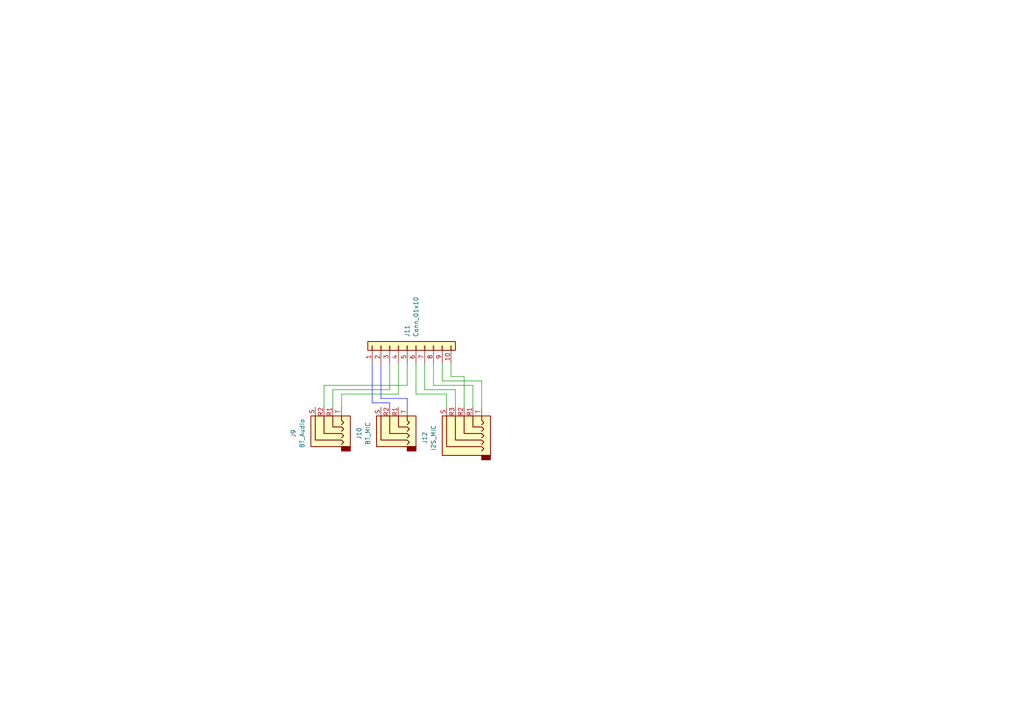
<source format=kicad_sch>
(kicad_sch
	(version 20250114)
	(generator "eeschema")
	(generator_version "9.0")
	(uuid "345bc13d-6add-4118-85b8-ae1fb4b40dd2")
	(paper "A4")
	(lib_symbols
		(symbol "Connector_Audio:AudioJack4"
			(exclude_from_sim no)
			(in_bom yes)
			(on_board yes)
			(property "Reference" "J"
				(at 0 8.89 0)
				(effects
					(font
						(size 1.27 1.27)
					)
				)
			)
			(property "Value" "AudioJack4"
				(at 0 6.35 0)
				(effects
					(font
						(size 1.27 1.27)
					)
				)
			)
			(property "Footprint" ""
				(at 0 0 0)
				(effects
					(font
						(size 1.27 1.27)
					)
					(hide yes)
				)
			)
			(property "Datasheet" "~"
				(at 0 0 0)
				(effects
					(font
						(size 1.27 1.27)
					)
					(hide yes)
				)
			)
			(property "Description" "Audio Jack, 4 Poles (TRRS)"
				(at 0 0 0)
				(effects
					(font
						(size 1.27 1.27)
					)
					(hide yes)
				)
			)
			(property "ki_keywords" "audio jack receptacle stereo headphones TRRS connector"
				(at 0 0 0)
				(effects
					(font
						(size 1.27 1.27)
					)
					(hide yes)
				)
			)
			(property "ki_fp_filters" "Jack*"
				(at 0 0 0)
				(effects
					(font
						(size 1.27 1.27)
					)
					(hide yes)
				)
			)
			(symbol "AudioJack4_0_1"
				(rectangle
					(start -6.35 -5.08)
					(end -7.62 -7.62)
					(stroke
						(width 0.254)
						(type default)
					)
					(fill
						(type outline)
					)
				)
				(polyline
					(pts
						(xy -5.715 -5.08) (xy -5.08 -5.715) (xy -4.445 -5.08) (xy -4.445 2.54) (xy 2.54 2.54)
					)
					(stroke
						(width 0.254)
						(type default)
					)
					(fill
						(type none)
					)
				)
				(polyline
					(pts
						(xy -1.905 -5.08) (xy -1.27 -5.715) (xy -0.635 -5.08) (xy -0.635 -2.54) (xy 2.54 -2.54)
					)
					(stroke
						(width 0.254)
						(type default)
					)
					(fill
						(type none)
					)
				)
				(polyline
					(pts
						(xy 0 -5.08) (xy 0.635 -5.715) (xy 1.27 -5.08) (xy 2.54 -5.08)
					)
					(stroke
						(width 0.254)
						(type default)
					)
					(fill
						(type none)
					)
				)
				(rectangle
					(start 2.54 3.81)
					(end -6.35 -7.62)
					(stroke
						(width 0.254)
						(type default)
					)
					(fill
						(type background)
					)
				)
				(polyline
					(pts
						(xy 2.54 0) (xy -2.54 0) (xy -2.54 -5.08) (xy -3.175 -5.715) (xy -3.81 -5.08)
					)
					(stroke
						(width 0.254)
						(type default)
					)
					(fill
						(type none)
					)
				)
			)
			(symbol "AudioJack4_1_1"
				(pin passive line
					(at 5.08 2.54 180)
					(length 2.54)
					(name "~"
						(effects
							(font
								(size 1.27 1.27)
							)
						)
					)
					(number "S"
						(effects
							(font
								(size 1.27 1.27)
							)
						)
					)
				)
				(pin passive line
					(at 5.08 0 180)
					(length 2.54)
					(name "~"
						(effects
							(font
								(size 1.27 1.27)
							)
						)
					)
					(number "R2"
						(effects
							(font
								(size 1.27 1.27)
							)
						)
					)
				)
				(pin passive line
					(at 5.08 -2.54 180)
					(length 2.54)
					(name "~"
						(effects
							(font
								(size 1.27 1.27)
							)
						)
					)
					(number "R1"
						(effects
							(font
								(size 1.27 1.27)
							)
						)
					)
				)
				(pin passive line
					(at 5.08 -5.08 180)
					(length 2.54)
					(name "~"
						(effects
							(font
								(size 1.27 1.27)
							)
						)
					)
					(number "T"
						(effects
							(font
								(size 1.27 1.27)
							)
						)
					)
				)
			)
			(embedded_fonts no)
		)
		(symbol "Connector_Audio:AudioJack5"
			(exclude_from_sim no)
			(in_bom yes)
			(on_board yes)
			(property "Reference" "J"
				(at 0 11.43 0)
				(effects
					(font
						(size 1.27 1.27)
					)
				)
			)
			(property "Value" "AudioJack5"
				(at 0 8.89 0)
				(effects
					(font
						(size 1.27 1.27)
					)
				)
			)
			(property "Footprint" ""
				(at 0 0 0)
				(effects
					(font
						(size 1.27 1.27)
					)
					(hide yes)
				)
			)
			(property "Datasheet" "~"
				(at 0 0 0)
				(effects
					(font
						(size 1.27 1.27)
					)
					(hide yes)
				)
			)
			(property "Description" "Audio Jack, 5 Poles (TRRRS)"
				(at 0 0 0)
				(effects
					(font
						(size 1.27 1.27)
					)
					(hide yes)
				)
			)
			(property "ki_keywords" "audio jack receptacle stereo headphones TRRRS connector"
				(at 0 0 0)
				(effects
					(font
						(size 1.27 1.27)
					)
					(hide yes)
				)
			)
			(property "ki_fp_filters" "Jack*"
				(at 0 0 0)
				(effects
					(font
						(size 1.27 1.27)
					)
					(hide yes)
				)
			)
			(symbol "AudioJack5_0_1"
				(rectangle
					(start -8.89 -5.08)
					(end -10.16 -7.62)
					(stroke
						(width 0.254)
						(type default)
					)
					(fill
						(type outline)
					)
				)
				(polyline
					(pts
						(xy -5.715 -5.08) (xy -5.08 -5.715) (xy -4.445 -5.08) (xy -4.445 2.54) (xy 2.54 2.54)
					)
					(stroke
						(width 0.254)
						(type default)
					)
					(fill
						(type none)
					)
				)
				(polyline
					(pts
						(xy -1.905 -5.08) (xy -1.27 -5.715) (xy -0.635 -5.08) (xy -0.635 -2.54) (xy 2.54 -2.54)
					)
					(stroke
						(width 0.254)
						(type default)
					)
					(fill
						(type none)
					)
				)
				(polyline
					(pts
						(xy 0 -5.08) (xy 0.635 -5.715) (xy 1.27 -5.08) (xy 2.54 -5.08)
					)
					(stroke
						(width 0.254)
						(type default)
					)
					(fill
						(type none)
					)
				)
				(rectangle
					(start 2.54 6.35)
					(end -8.89 -7.62)
					(stroke
						(width 0.254)
						(type default)
					)
					(fill
						(type background)
					)
				)
				(polyline
					(pts
						(xy 2.54 5.08) (xy -6.35 5.08) (xy -6.35 -5.08) (xy -6.985 -5.715) (xy -7.62 -5.08)
					)
					(stroke
						(width 0.254)
						(type default)
					)
					(fill
						(type none)
					)
				)
				(polyline
					(pts
						(xy 2.54 0) (xy -2.54 0) (xy -2.54 -5.08) (xy -3.175 -5.715) (xy -3.81 -5.08)
					)
					(stroke
						(width 0.254)
						(type default)
					)
					(fill
						(type none)
					)
				)
			)
			(symbol "AudioJack5_1_1"
				(pin passive line
					(at 5.08 5.08 180)
					(length 2.54)
					(name "~"
						(effects
							(font
								(size 1.27 1.27)
							)
						)
					)
					(number "S"
						(effects
							(font
								(size 1.27 1.27)
							)
						)
					)
				)
				(pin passive line
					(at 5.08 2.54 180)
					(length 2.54)
					(name "~"
						(effects
							(font
								(size 1.27 1.27)
							)
						)
					)
					(number "R3"
						(effects
							(font
								(size 1.27 1.27)
							)
						)
					)
				)
				(pin passive line
					(at 5.08 0 180)
					(length 2.54)
					(name "~"
						(effects
							(font
								(size 1.27 1.27)
							)
						)
					)
					(number "R2"
						(effects
							(font
								(size 1.27 1.27)
							)
						)
					)
				)
				(pin passive line
					(at 5.08 -2.54 180)
					(length 2.54)
					(name "~"
						(effects
							(font
								(size 1.27 1.27)
							)
						)
					)
					(number "R1"
						(effects
							(font
								(size 1.27 1.27)
							)
						)
					)
				)
				(pin passive line
					(at 5.08 -5.08 180)
					(length 2.54)
					(name "~"
						(effects
							(font
								(size 1.27 1.27)
							)
						)
					)
					(number "T"
						(effects
							(font
								(size 1.27 1.27)
							)
						)
					)
				)
			)
			(embedded_fonts no)
		)
		(symbol "Connector_Generic:Conn_01x10"
			(pin_names
				(offset 1.016)
				(hide yes)
			)
			(exclude_from_sim no)
			(in_bom yes)
			(on_board yes)
			(property "Reference" "J"
				(at 0 12.7 0)
				(effects
					(font
						(size 1.27 1.27)
					)
				)
			)
			(property "Value" "Conn_01x10"
				(at 0 -15.24 0)
				(effects
					(font
						(size 1.27 1.27)
					)
				)
			)
			(property "Footprint" ""
				(at 0 0 0)
				(effects
					(font
						(size 1.27 1.27)
					)
					(hide yes)
				)
			)
			(property "Datasheet" "~"
				(at 0 0 0)
				(effects
					(font
						(size 1.27 1.27)
					)
					(hide yes)
				)
			)
			(property "Description" "Generic connector, single row, 01x10, script generated (kicad-library-utils/schlib/autogen/connector/)"
				(at 0 0 0)
				(effects
					(font
						(size 1.27 1.27)
					)
					(hide yes)
				)
			)
			(property "ki_keywords" "connector"
				(at 0 0 0)
				(effects
					(font
						(size 1.27 1.27)
					)
					(hide yes)
				)
			)
			(property "ki_fp_filters" "Connector*:*_1x??_*"
				(at 0 0 0)
				(effects
					(font
						(size 1.27 1.27)
					)
					(hide yes)
				)
			)
			(symbol "Conn_01x10_1_1"
				(rectangle
					(start -1.27 11.43)
					(end 1.27 -13.97)
					(stroke
						(width 0.254)
						(type default)
					)
					(fill
						(type background)
					)
				)
				(rectangle
					(start -1.27 10.287)
					(end 0 10.033)
					(stroke
						(width 0.1524)
						(type default)
					)
					(fill
						(type none)
					)
				)
				(rectangle
					(start -1.27 7.747)
					(end 0 7.493)
					(stroke
						(width 0.1524)
						(type default)
					)
					(fill
						(type none)
					)
				)
				(rectangle
					(start -1.27 5.207)
					(end 0 4.953)
					(stroke
						(width 0.1524)
						(type default)
					)
					(fill
						(type none)
					)
				)
				(rectangle
					(start -1.27 2.667)
					(end 0 2.413)
					(stroke
						(width 0.1524)
						(type default)
					)
					(fill
						(type none)
					)
				)
				(rectangle
					(start -1.27 0.127)
					(end 0 -0.127)
					(stroke
						(width 0.1524)
						(type default)
					)
					(fill
						(type none)
					)
				)
				(rectangle
					(start -1.27 -2.413)
					(end 0 -2.667)
					(stroke
						(width 0.1524)
						(type default)
					)
					(fill
						(type none)
					)
				)
				(rectangle
					(start -1.27 -4.953)
					(end 0 -5.207)
					(stroke
						(width 0.1524)
						(type default)
					)
					(fill
						(type none)
					)
				)
				(rectangle
					(start -1.27 -7.493)
					(end 0 -7.747)
					(stroke
						(width 0.1524)
						(type default)
					)
					(fill
						(type none)
					)
				)
				(rectangle
					(start -1.27 -10.033)
					(end 0 -10.287)
					(stroke
						(width 0.1524)
						(type default)
					)
					(fill
						(type none)
					)
				)
				(rectangle
					(start -1.27 -12.573)
					(end 0 -12.827)
					(stroke
						(width 0.1524)
						(type default)
					)
					(fill
						(type none)
					)
				)
				(pin passive line
					(at -5.08 10.16 0)
					(length 3.81)
					(name "Pin_1"
						(effects
							(font
								(size 1.27 1.27)
							)
						)
					)
					(number "1"
						(effects
							(font
								(size 1.27 1.27)
							)
						)
					)
				)
				(pin passive line
					(at -5.08 7.62 0)
					(length 3.81)
					(name "Pin_2"
						(effects
							(font
								(size 1.27 1.27)
							)
						)
					)
					(number "2"
						(effects
							(font
								(size 1.27 1.27)
							)
						)
					)
				)
				(pin passive line
					(at -5.08 5.08 0)
					(length 3.81)
					(name "Pin_3"
						(effects
							(font
								(size 1.27 1.27)
							)
						)
					)
					(number "3"
						(effects
							(font
								(size 1.27 1.27)
							)
						)
					)
				)
				(pin passive line
					(at -5.08 2.54 0)
					(length 3.81)
					(name "Pin_4"
						(effects
							(font
								(size 1.27 1.27)
							)
						)
					)
					(number "4"
						(effects
							(font
								(size 1.27 1.27)
							)
						)
					)
				)
				(pin passive line
					(at -5.08 0 0)
					(length 3.81)
					(name "Pin_5"
						(effects
							(font
								(size 1.27 1.27)
							)
						)
					)
					(number "5"
						(effects
							(font
								(size 1.27 1.27)
							)
						)
					)
				)
				(pin passive line
					(at -5.08 -2.54 0)
					(length 3.81)
					(name "Pin_6"
						(effects
							(font
								(size 1.27 1.27)
							)
						)
					)
					(number "6"
						(effects
							(font
								(size 1.27 1.27)
							)
						)
					)
				)
				(pin passive line
					(at -5.08 -5.08 0)
					(length 3.81)
					(name "Pin_7"
						(effects
							(font
								(size 1.27 1.27)
							)
						)
					)
					(number "7"
						(effects
							(font
								(size 1.27 1.27)
							)
						)
					)
				)
				(pin passive line
					(at -5.08 -7.62 0)
					(length 3.81)
					(name "Pin_8"
						(effects
							(font
								(size 1.27 1.27)
							)
						)
					)
					(number "8"
						(effects
							(font
								(size 1.27 1.27)
							)
						)
					)
				)
				(pin passive line
					(at -5.08 -10.16 0)
					(length 3.81)
					(name "Pin_9"
						(effects
							(font
								(size 1.27 1.27)
							)
						)
					)
					(number "9"
						(effects
							(font
								(size 1.27 1.27)
							)
						)
					)
				)
				(pin passive line
					(at -5.08 -12.7 0)
					(length 3.81)
					(name "Pin_10"
						(effects
							(font
								(size 1.27 1.27)
							)
						)
					)
					(number "10"
						(effects
							(font
								(size 1.27 1.27)
							)
						)
					)
				)
			)
			(embedded_fonts no)
		)
	)
	(wire
		(pts
			(xy 99.06 114.3) (xy 115.57 114.3)
		)
		(stroke
			(width 0)
			(type default)
		)
		(uuid "0391fbf2-6f55-4e1b-a0e0-468fcc389e34")
	)
	(wire
		(pts
			(xy 128.27 110.49) (xy 139.7 110.49)
		)
		(stroke
			(width 0)
			(type default)
		)
		(uuid "0aa95f0c-67f7-44f1-9aa8-9bb29e266994")
	)
	(wire
		(pts
			(xy 107.95 116.84) (xy 107.95 105.41)
		)
		(stroke
			(width 0)
			(type default)
			(color 0 10 255 1)
		)
		(uuid "0afbdd20-18e5-4403-bccc-b60fd566d60c")
	)
	(wire
		(pts
			(xy 134.62 109.22) (xy 134.62 118.11)
		)
		(stroke
			(width 0)
			(type default)
		)
		(uuid "16b44a4b-221c-4b31-b91d-f0e8b3638709")
	)
	(wire
		(pts
			(xy 123.19 113.03) (xy 132.08 113.03)
		)
		(stroke
			(width 0)
			(type default)
		)
		(uuid "178cb7e3-87e4-43ef-99f8-927d8e0fa201")
	)
	(wire
		(pts
			(xy 115.57 114.3) (xy 115.57 105.41)
		)
		(stroke
			(width 0)
			(type default)
		)
		(uuid "2995e63b-bb4e-4475-bc4d-487b54ada7b2")
	)
	(wire
		(pts
			(xy 129.54 114.3) (xy 129.54 118.11)
		)
		(stroke
			(width 0)
			(type default)
		)
		(uuid "31f546e7-079e-402b-bcc3-eb8c30b5447c")
	)
	(wire
		(pts
			(xy 128.27 105.41) (xy 128.27 110.49)
		)
		(stroke
			(width 0)
			(type default)
		)
		(uuid "47b7dbee-c787-4350-8830-8f9dc5cad093")
	)
	(wire
		(pts
			(xy 130.81 109.22) (xy 134.62 109.22)
		)
		(stroke
			(width 0)
			(type default)
		)
		(uuid "55eae0a3-8df0-4780-87d7-07c115f605d7")
	)
	(wire
		(pts
			(xy 96.52 118.11) (xy 96.52 113.03)
		)
		(stroke
			(width 0)
			(type default)
		)
		(uuid "56158819-4212-4a3c-98ec-99b2e19a34d4")
	)
	(wire
		(pts
			(xy 93.98 118.11) (xy 93.98 111.76)
		)
		(stroke
			(width 0)
			(type default)
		)
		(uuid "56e904a6-d0db-41e0-b2b9-84069ad32808")
	)
	(wire
		(pts
			(xy 120.65 114.3) (xy 129.54 114.3)
		)
		(stroke
			(width 0)
			(type default)
		)
		(uuid "5fe8064c-4cff-4d62-a2f0-2fc6fef978df")
	)
	(wire
		(pts
			(xy 96.52 113.03) (xy 113.03 113.03)
		)
		(stroke
			(width 0)
			(type default)
		)
		(uuid "750e58c6-fb28-4e99-8c6e-8583131cb753")
	)
	(wire
		(pts
			(xy 125.73 105.41) (xy 125.73 111.76)
		)
		(stroke
			(width 0)
			(type default)
		)
		(uuid "7cab108a-a827-4d4b-9789-915c43511391")
	)
	(wire
		(pts
			(xy 123.19 105.41) (xy 123.19 113.03)
		)
		(stroke
			(width 0)
			(type default)
		)
		(uuid "7f9e62c3-9c45-480c-b195-9c81441bb044")
	)
	(wire
		(pts
			(xy 118.11 111.76) (xy 118.11 105.41)
		)
		(stroke
			(width 0)
			(type default)
		)
		(uuid "86dee63a-e6c4-4b09-9f03-cddafedc4218")
	)
	(wire
		(pts
			(xy 113.03 116.84) (xy 107.95 116.84)
		)
		(stroke
			(width 0)
			(type default)
			(color 0 10 255 1)
		)
		(uuid "8db5ffb7-8a23-49f5-833e-4326d8767cb1")
	)
	(wire
		(pts
			(xy 93.98 111.76) (xy 118.11 111.76)
		)
		(stroke
			(width 0)
			(type default)
		)
		(uuid "90cd3182-6dd5-4178-a43d-c59cb22bf7fc")
	)
	(wire
		(pts
			(xy 118.11 115.57) (xy 110.49 115.57)
		)
		(stroke
			(width 0)
			(type default)
			(color 0 10 255 1)
		)
		(uuid "9b32547b-94cf-402c-b832-24f8d04fbc40")
	)
	(wire
		(pts
			(xy 113.03 113.03) (xy 113.03 105.41)
		)
		(stroke
			(width 0)
			(type default)
		)
		(uuid "a36c6bf0-add8-45df-8336-77a5c5e8e85f")
	)
	(wire
		(pts
			(xy 110.49 115.57) (xy 110.49 105.41)
		)
		(stroke
			(width 0)
			(type default)
			(color 0 10 255 1)
		)
		(uuid "a58a6dcf-99f2-4861-9523-5b62a7beb431")
	)
	(wire
		(pts
			(xy 118.11 118.11) (xy 118.11 115.57)
		)
		(stroke
			(width 0)
			(type default)
			(color 0 10 255 1)
		)
		(uuid "a6b0042f-3140-421b-8a50-74b31ff38da3")
	)
	(wire
		(pts
			(xy 137.16 111.76) (xy 137.16 118.11)
		)
		(stroke
			(width 0)
			(type default)
		)
		(uuid "b0eea4b3-600d-48f1-a118-0d1128e08cf8")
	)
	(wire
		(pts
			(xy 99.06 118.11) (xy 99.06 114.3)
		)
		(stroke
			(width 0)
			(type default)
		)
		(uuid "b85db76d-aac2-473c-a058-64c287b7159b")
	)
	(wire
		(pts
			(xy 132.08 113.03) (xy 132.08 118.11)
		)
		(stroke
			(width 0)
			(type default)
		)
		(uuid "c5043c46-a24a-466b-868a-d41b22c19474")
	)
	(wire
		(pts
			(xy 139.7 110.49) (xy 139.7 118.11)
		)
		(stroke
			(width 0)
			(type default)
		)
		(uuid "d5592e16-a2db-4173-9a74-a1868ab42fbf")
	)
	(wire
		(pts
			(xy 130.81 105.41) (xy 130.81 109.22)
		)
		(stroke
			(width 0)
			(type default)
		)
		(uuid "e257cf48-02d3-446a-b6b5-1601ee48e7a4")
	)
	(wire
		(pts
			(xy 125.73 111.76) (xy 137.16 111.76)
		)
		(stroke
			(width 0)
			(type default)
		)
		(uuid "faf4a1df-ac9f-4857-99b2-cd081c0536b9")
	)
	(wire
		(pts
			(xy 120.65 105.41) (xy 120.65 114.3)
		)
		(stroke
			(width 0)
			(type default)
		)
		(uuid "fb4cbce8-cae9-4898-b5ef-48e7951d8d20")
	)
	(wire
		(pts
			(xy 113.03 118.11) (xy 113.03 116.84)
		)
		(stroke
			(width 0)
			(type default)
			(color 0 10 255 1)
		)
		(uuid "fe17bd23-1aca-4641-a903-79271abf6983")
	)
	(symbol
		(lib_id "Connector_Audio:AudioJack5")
		(at 134.62 123.19 90)
		(unit 1)
		(exclude_from_sim no)
		(in_bom yes)
		(on_board yes)
		(dnp no)
		(fields_autoplaced yes)
		(uuid "0eed7f85-805e-4a56-bde7-d79e8640ef89")
		(property "Reference" "J12"
			(at 123.19 127 0)
			(effects
				(font
					(size 1.27 1.27)
				)
			)
		)
		(property "Value" "I2S_MIC"
			(at 125.73 127 0)
			(effects
				(font
					(size 1.27 1.27)
				)
			)
		)
		(property "Footprint" ""
			(at 134.62 123.19 0)
			(effects
				(font
					(size 1.27 1.27)
				)
				(hide yes)
			)
		)
		(property "Datasheet" "~"
			(at 134.62 123.19 0)
			(effects
				(font
					(size 1.27 1.27)
				)
				(hide yes)
			)
		)
		(property "Description" "Audio Jack, 5 Poles (TRRRS)"
			(at 134.62 123.19 0)
			(effects
				(font
					(size 1.27 1.27)
				)
				(hide yes)
			)
		)
		(pin "S"
			(uuid "0936cb44-593b-4676-8245-57d8f744b713")
		)
		(pin "R1"
			(uuid "4e763d62-20f5-4f3f-8ed5-da6379f12e0f")
		)
		(pin "T"
			(uuid "48440fc1-4262-4106-82c3-9a583437bd1a")
		)
		(pin "R3"
			(uuid "4ce583a5-262c-4c44-b2b8-7aef59f12f9a")
		)
		(pin "R2"
			(uuid "18f1e711-62f7-4e98-825b-70b921343640")
		)
		(instances
			(project ""
				(path "/345bc13d-6add-4118-85b8-ae1fb4b40dd2"
					(reference "J12")
					(unit 1)
				)
			)
		)
	)
	(symbol
		(lib_id "Connector_Generic:Conn_01x10")
		(at 118.11 100.33 90)
		(unit 1)
		(exclude_from_sim no)
		(in_bom yes)
		(on_board yes)
		(dnp no)
		(fields_autoplaced yes)
		(uuid "3897dd28-687e-45cb-b703-db451ec76d3b")
		(property "Reference" "J11"
			(at 118.1099 97.79 0)
			(effects
				(font
					(size 1.27 1.27)
				)
				(justify left)
			)
		)
		(property "Value" "Conn_01x10"
			(at 120.6499 97.79 0)
			(effects
				(font
					(size 1.27 1.27)
				)
				(justify left)
			)
		)
		(property "Footprint" ""
			(at 118.11 100.33 0)
			(effects
				(font
					(size 1.27 1.27)
				)
				(hide yes)
			)
		)
		(property "Datasheet" "~"
			(at 118.11 100.33 0)
			(effects
				(font
					(size 1.27 1.27)
				)
				(hide yes)
			)
		)
		(property "Description" "Generic connector, single row, 01x10, script generated (kicad-library-utils/schlib/autogen/connector/)"
			(at 118.11 100.33 0)
			(effects
				(font
					(size 1.27 1.27)
				)
				(hide yes)
			)
		)
		(pin "2"
			(uuid "b4ff5b56-e467-4353-8733-932b0ff310d1")
		)
		(pin "1"
			(uuid "d7b6c71b-6b28-434d-8d59-84aa7626d5e6")
		)
		(pin "3"
			(uuid "77c75b8c-3552-4ca1-a9c2-e76172528709")
		)
		(pin "6"
			(uuid "7635f6e0-eaf2-4584-aab2-ad48c56b89cf")
		)
		(pin "9"
			(uuid "0ab42dbd-ede1-4b3c-8fdb-bff6b86ed0e6")
		)
		(pin "5"
			(uuid "ee2bb14e-73a9-4e74-b9a7-382a47eabe25")
		)
		(pin "4"
			(uuid "1261f0fe-85bc-4358-b0fc-322f53692751")
		)
		(pin "7"
			(uuid "aebdd5f2-fab8-4c6b-9800-aa441a18acbb")
		)
		(pin "10"
			(uuid "460ecef6-b6c0-49e7-955f-f238a9311093")
		)
		(pin "8"
			(uuid "1f3ff243-d7f6-45b4-933e-f86122fd779b")
		)
		(instances
			(project ""
				(path "/345bc13d-6add-4118-85b8-ae1fb4b40dd2"
					(reference "J11")
					(unit 1)
				)
			)
		)
	)
	(symbol
		(lib_id "Connector_Audio:AudioJack4")
		(at 113.03 123.19 90)
		(unit 1)
		(exclude_from_sim no)
		(in_bom yes)
		(on_board yes)
		(dnp no)
		(fields_autoplaced yes)
		(uuid "a8d4d745-8eb2-4106-ac41-2a6ba67bf590")
		(property "Reference" "J10"
			(at 104.14 125.73 0)
			(effects
				(font
					(size 1.27 1.27)
				)
			)
		)
		(property "Value" "BT_MIC"
			(at 106.68 125.73 0)
			(effects
				(font
					(size 1.27 1.27)
				)
			)
		)
		(property "Footprint" ""
			(at 113.03 123.19 0)
			(effects
				(font
					(size 1.27 1.27)
				)
				(hide yes)
			)
		)
		(property "Datasheet" "~"
			(at 113.03 123.19 0)
			(effects
				(font
					(size 1.27 1.27)
				)
				(hide yes)
			)
		)
		(property "Description" "Audio Jack, 4 Poles (TRRS)"
			(at 113.03 123.19 0)
			(effects
				(font
					(size 1.27 1.27)
				)
				(hide yes)
			)
		)
		(pin "S"
			(uuid "64f78219-9591-4efc-a2f3-e0571f914732")
		)
		(pin "R1"
			(uuid "eaaa4e73-4049-4391-a69f-cf4be8f1c9d1")
		)
		(pin "T"
			(uuid "975476c7-1cda-43c1-8ea7-4926d8068af7")
		)
		(pin "R2"
			(uuid "3e62e77c-0d03-43c6-82c6-914ab5068bea")
		)
		(instances
			(project ""
				(path "/345bc13d-6add-4118-85b8-ae1fb4b40dd2"
					(reference "J10")
					(unit 1)
				)
			)
		)
	)
	(symbol
		(lib_id "Connector_Audio:AudioJack4")
		(at 93.98 123.19 90)
		(unit 1)
		(exclude_from_sim no)
		(in_bom yes)
		(on_board yes)
		(dnp no)
		(fields_autoplaced yes)
		(uuid "f09687ab-d12c-45ec-8b07-e684c90110f8")
		(property "Reference" "J9"
			(at 85.09 125.73 0)
			(effects
				(font
					(size 1.27 1.27)
				)
			)
		)
		(property "Value" "BT_Audio"
			(at 87.63 125.73 0)
			(effects
				(font
					(size 1.27 1.27)
				)
			)
		)
		(property "Footprint" ""
			(at 93.98 123.19 0)
			(effects
				(font
					(size 1.27 1.27)
				)
				(hide yes)
			)
		)
		(property "Datasheet" "~"
			(at 93.98 123.19 0)
			(effects
				(font
					(size 1.27 1.27)
				)
				(hide yes)
			)
		)
		(property "Description" "Audio Jack, 4 Poles (TRRS)"
			(at 93.98 123.19 0)
			(effects
				(font
					(size 1.27 1.27)
				)
				(hide yes)
			)
		)
		(pin "S"
			(uuid "f3b52ac5-39af-40f4-9715-029f32f819b1")
		)
		(pin "R1"
			(uuid "34b0dd8d-f605-4408-a264-d35cb8b95162")
		)
		(pin "T"
			(uuid "a29a7bd7-1be2-4e40-ac0e-c4e11cc6ab9a")
		)
		(pin "R2"
			(uuid "f9b61bba-38c8-401f-80e7-e2d627e7e08c")
		)
		(instances
			(project "module_BT_aux"
				(path "/345bc13d-6add-4118-85b8-ae1fb4b40dd2"
					(reference "J9")
					(unit 1)
				)
			)
		)
	)
	(sheet_instances
		(path "/"
			(page "1")
		)
	)
	(embedded_fonts no)
)

</source>
